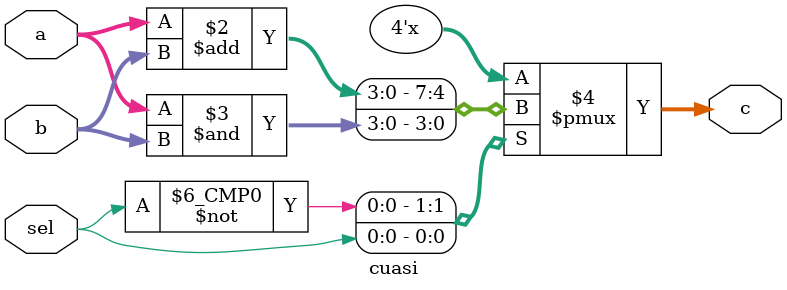
<source format=v>
`timescale 1ns/1ns

module cuasi(input [3:0]a,
	input [3:0] b,
	input sel,
	output reg [3:0]c //por que se le asigna su valore dentro del always.
	);

//.2 Def de componentes internos
//asssigns, intacias, bloquues secuenciale(initial,aways)

always @*
begin
	case(sel)
		1'b0:
			begin
				c=a +b;
			end

		1'b1:
			begin
				c=a&b;
			end
	endcase
end
endmodule

</source>
